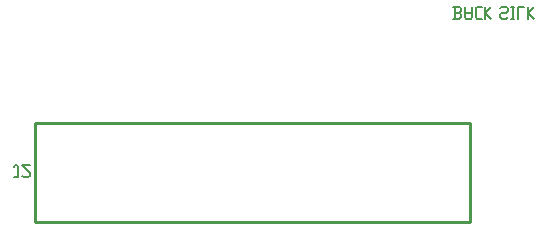
<source format=gbr>
G04 start of page 11 for group -4078 idx -4078
G04 Title: RX Daughterboard, bottomsilk *
G04 Creator: pcb 20070208 *
G04 CreationDate: Mon Dec 24 21:51:39 2007 UTC *
G04 For: matt *
G04 Format: Gerber/RS-274X *
G04 PCB-Dimensions: 275000 250000 *
G04 PCB-Coordinate-Origin: lower left *
%MOIN*%
%FSLAX24Y24*%
%LNBACKSILK*%
%ADD11C,0.0100*%
%ADD12C,0.0060*%
G54D12*X22350Y20200D02*X22550D01*
X22600Y20150D01*
Y20050D02*Y20150D01*
X22550Y20000D02*X22600Y20050D01*
X22400Y20000D02*X22550D01*
X22400Y19800D02*Y20200D01*
X22350Y19800D02*X22550D01*
X22600Y19850D01*
Y19950D01*
X22550Y20000D02*X22600Y19950D01*
X22720Y19850D02*Y20200D01*
Y19850D02*X22770Y19800D01*
X22920D01*
X22970Y19850D01*
Y20200D01*
X22720Y20000D02*X22970D01*
X23140Y20200D02*X23290D01*
X23090Y20150D02*X23140Y20200D01*
X23090Y19850D02*Y20150D01*
Y19850D02*X23140Y19800D01*
X23290D01*
X23410D02*Y20200D01*
Y20000D02*X23610Y19800D01*
X23410Y20000D02*X23610Y20200D01*
X24110Y19800D02*X24160Y19850D01*
X23960Y19800D02*X24110D01*
X23910Y19850D02*X23960Y19800D01*
X23910Y19850D02*Y19950D01*
X23960Y20000D01*
X24110D01*
X24160Y20050D01*
Y20150D01*
X24110Y20200D02*X24160Y20150D01*
X23960Y20200D02*X24110D01*
X23910Y20150D02*X23960Y20200D01*
X24280Y19800D02*X24380D01*
X24330D02*Y20200D01*
X24280D02*X24380D01*
X24500Y19800D02*Y20200D01*
X24700D01*
X24820Y19800D02*Y20200D01*
Y20000D02*X25020Y19800D01*
X24820Y20000D02*X25020Y20200D01*
G54D11*X8399Y16318D02*Y13018D01*
Y16318D02*X22899D01*
X8399Y13018D02*X22899D01*
Y16318D02*Y13018D01*
G54D12*X7699Y14518D02*X7849D01*
Y14868D01*
X7799Y14918D02*X7849Y14868D01*
X7749Y14918D02*X7799D01*
X7699Y14868D02*X7749Y14918D01*
X7969Y14568D02*X8019Y14518D01*
X8169D01*
X8219Y14568D01*
Y14668D01*
X7969Y14918D02*X8219Y14668D01*
X7969Y14918D02*X8219D01*
M02*

</source>
